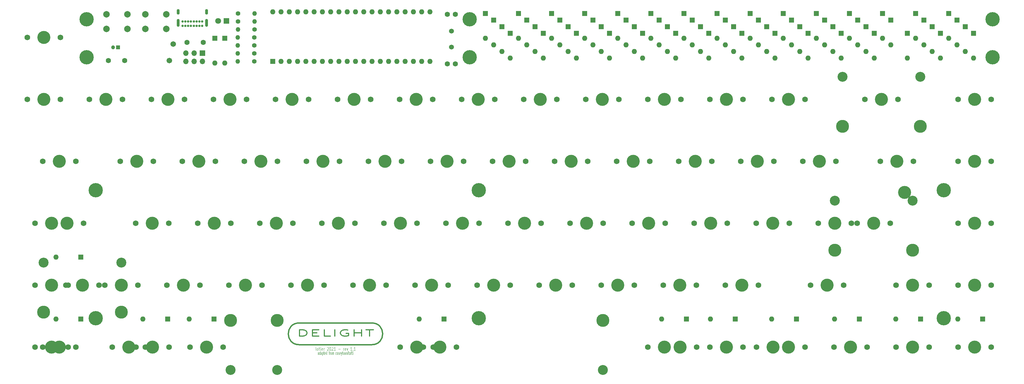
<source format=gts>
G04 #@! TF.GenerationSoftware,KiCad,Pcbnew,(5.1.10)-1*
G04 #@! TF.CreationDate,2021-10-14T20:45:40-04:00*
G04 #@! TF.ProjectId,delight-pcb,64656c69-6768-4742-9d70-63622e6b6963,rev?*
G04 #@! TF.SameCoordinates,Original*
G04 #@! TF.FileFunction,Soldermask,Top*
G04 #@! TF.FilePolarity,Negative*
%FSLAX46Y46*%
G04 Gerber Fmt 4.6, Leading zero omitted, Abs format (unit mm)*
G04 Created by KiCad (PCBNEW (5.1.10)-1) date 2021-10-14 20:45:40*
%MOMM*%
%LPD*%
G01*
G04 APERTURE LIST*
%ADD10C,0.125000*%
%ADD11C,0.350000*%
%ADD12C,0.400000*%
%ADD13C,3.048000*%
%ADD14C,3.987800*%
%ADD15C,1.750000*%
%ADD16C,4.000000*%
%ADD17C,1.710000*%
%ADD18O,1.600000X1.600000*%
%ADD19R,1.600000X1.600000*%
%ADD20C,4.400000*%
%ADD21O,1.400000X1.400000*%
%ADD22C,1.400000*%
%ADD23C,1.200000*%
%ADD24R,1.200000X1.200000*%
%ADD25C,1.600000*%
%ADD26C,1.500000*%
%ADD27C,1.800000*%
%ADD28R,1.800000X1.800000*%
%ADD29O,1.700000X1.700000*%
%ADD30R,1.700000X1.700000*%
%ADD31C,2.000000*%
%ADD32O,0.900000X1.700000*%
%ADD33O,0.900000X2.400000*%
%ADD34C,0.700000*%
G04 APERTURE END LIST*
D10*
X157839170Y-183390590D02*
X157767741Y-183342971D01*
X157732027Y-183247733D01*
X157732027Y-182390590D01*
X158232027Y-183390590D02*
X158160598Y-183342971D01*
X158124884Y-183295352D01*
X158089170Y-183200114D01*
X158089170Y-182914400D01*
X158124884Y-182819162D01*
X158160598Y-182771543D01*
X158232027Y-182723924D01*
X158339170Y-182723924D01*
X158410598Y-182771543D01*
X158446313Y-182819162D01*
X158482027Y-182914400D01*
X158482027Y-183200114D01*
X158446313Y-183295352D01*
X158410598Y-183342971D01*
X158339170Y-183390590D01*
X158232027Y-183390590D01*
X158696313Y-182723924D02*
X158982027Y-182723924D01*
X158803456Y-182390590D02*
X158803456Y-183247733D01*
X158839170Y-183342971D01*
X158910598Y-183390590D01*
X158982027Y-183390590D01*
X159232027Y-183390590D02*
X159232027Y-182723924D01*
X159232027Y-182390590D02*
X159196313Y-182438210D01*
X159232027Y-182485829D01*
X159267741Y-182438210D01*
X159232027Y-182390590D01*
X159232027Y-182485829D01*
X159874884Y-183342971D02*
X159803456Y-183390590D01*
X159660598Y-183390590D01*
X159589170Y-183342971D01*
X159553456Y-183247733D01*
X159553456Y-182866781D01*
X159589170Y-182771543D01*
X159660598Y-182723924D01*
X159803456Y-182723924D01*
X159874884Y-182771543D01*
X159910598Y-182866781D01*
X159910598Y-182962019D01*
X159553456Y-183057257D01*
X160232027Y-183390590D02*
X160232027Y-182723924D01*
X160232027Y-182914400D02*
X160267741Y-182819162D01*
X160303456Y-182771543D01*
X160374884Y-182723924D01*
X160446313Y-182723924D01*
X161232027Y-182485829D02*
X161267741Y-182438210D01*
X161339170Y-182390590D01*
X161517741Y-182390590D01*
X161589170Y-182438210D01*
X161624884Y-182485829D01*
X161660598Y-182581067D01*
X161660598Y-182676305D01*
X161624884Y-182819162D01*
X161196313Y-183390590D01*
X161660598Y-183390590D01*
X162124884Y-182390590D02*
X162196313Y-182390590D01*
X162267741Y-182438210D01*
X162303456Y-182485829D01*
X162339170Y-182581067D01*
X162374884Y-182771543D01*
X162374884Y-183009638D01*
X162339170Y-183200114D01*
X162303456Y-183295352D01*
X162267741Y-183342971D01*
X162196313Y-183390590D01*
X162124884Y-183390590D01*
X162053456Y-183342971D01*
X162017741Y-183295352D01*
X161982027Y-183200114D01*
X161946313Y-183009638D01*
X161946313Y-182771543D01*
X161982027Y-182581067D01*
X162017741Y-182485829D01*
X162053456Y-182438210D01*
X162124884Y-182390590D01*
X162660598Y-182485829D02*
X162696313Y-182438210D01*
X162767741Y-182390590D01*
X162946313Y-182390590D01*
X163017741Y-182438210D01*
X163053456Y-182485829D01*
X163089170Y-182581067D01*
X163089170Y-182676305D01*
X163053456Y-182819162D01*
X162624884Y-183390590D01*
X163089170Y-183390590D01*
X163803456Y-183390590D02*
X163374884Y-183390590D01*
X163589170Y-183390590D02*
X163589170Y-182390590D01*
X163517741Y-182533448D01*
X163446313Y-182628686D01*
X163374884Y-182676305D01*
X164696313Y-183009638D02*
X165267741Y-183009638D01*
X166196313Y-183390590D02*
X166196313Y-182723924D01*
X166196313Y-182914400D02*
X166232027Y-182819162D01*
X166267741Y-182771543D01*
X166339170Y-182723924D01*
X166410598Y-182723924D01*
X166946313Y-183342971D02*
X166874884Y-183390590D01*
X166732027Y-183390590D01*
X166660598Y-183342971D01*
X166624884Y-183247733D01*
X166624884Y-182866781D01*
X166660598Y-182771543D01*
X166732027Y-182723924D01*
X166874884Y-182723924D01*
X166946313Y-182771543D01*
X166982027Y-182866781D01*
X166982027Y-182962019D01*
X166624884Y-183057257D01*
X167232027Y-182723924D02*
X167410598Y-183390590D01*
X167589170Y-182723924D01*
X168839170Y-183390590D02*
X168410598Y-183390590D01*
X168624884Y-183390590D02*
X168624884Y-182390590D01*
X168553456Y-182533448D01*
X168482027Y-182628686D01*
X168410598Y-182676305D01*
X169160598Y-183295352D02*
X169196313Y-183342971D01*
X169160598Y-183390590D01*
X169124884Y-183342971D01*
X169160598Y-183295352D01*
X169160598Y-183390590D01*
X169910598Y-183390590D02*
X169482027Y-183390590D01*
X169696313Y-183390590D02*
X169696313Y-182390590D01*
X169624884Y-182533448D01*
X169553456Y-182628686D01*
X169482027Y-182676305D01*
X158648694Y-184660590D02*
X158648694Y-184136781D01*
X158624884Y-184041543D01*
X158577265Y-183993924D01*
X158482027Y-183993924D01*
X158434408Y-184041543D01*
X158648694Y-184612971D02*
X158601075Y-184660590D01*
X158482027Y-184660590D01*
X158434408Y-184612971D01*
X158410598Y-184517733D01*
X158410598Y-184422495D01*
X158434408Y-184327257D01*
X158482027Y-184279638D01*
X158601075Y-184279638D01*
X158648694Y-184232019D01*
X159101075Y-184660590D02*
X159101075Y-183660590D01*
X159101075Y-184612971D02*
X159053456Y-184660590D01*
X158958217Y-184660590D01*
X158910598Y-184612971D01*
X158886789Y-184565352D01*
X158862979Y-184470114D01*
X158862979Y-184184400D01*
X158886789Y-184089162D01*
X158910598Y-184041543D01*
X158958217Y-183993924D01*
X159053456Y-183993924D01*
X159101075Y-184041543D01*
X159553456Y-184660590D02*
X159553456Y-184136781D01*
X159529646Y-184041543D01*
X159482027Y-183993924D01*
X159386789Y-183993924D01*
X159339170Y-184041543D01*
X159553456Y-184612971D02*
X159505836Y-184660590D01*
X159386789Y-184660590D01*
X159339170Y-184612971D01*
X159315360Y-184517733D01*
X159315360Y-184422495D01*
X159339170Y-184327257D01*
X159386789Y-184279638D01*
X159505836Y-184279638D01*
X159553456Y-184232019D01*
X159791551Y-183993924D02*
X159791551Y-184993924D01*
X159791551Y-184041543D02*
X159839170Y-183993924D01*
X159934408Y-183993924D01*
X159982027Y-184041543D01*
X160005836Y-184089162D01*
X160029646Y-184184400D01*
X160029646Y-184470114D01*
X160005836Y-184565352D01*
X159982027Y-184612971D01*
X159934408Y-184660590D01*
X159839170Y-184660590D01*
X159791551Y-184612971D01*
X160172503Y-183993924D02*
X160362979Y-183993924D01*
X160243932Y-183660590D02*
X160243932Y-184517733D01*
X160267741Y-184612971D01*
X160315360Y-184660590D01*
X160362979Y-184660590D01*
X160720122Y-184612971D02*
X160672503Y-184660590D01*
X160577265Y-184660590D01*
X160529646Y-184612971D01*
X160505836Y-184517733D01*
X160505836Y-184136781D01*
X160529646Y-184041543D01*
X160577265Y-183993924D01*
X160672503Y-183993924D01*
X160720122Y-184041543D01*
X160743932Y-184136781D01*
X160743932Y-184232019D01*
X160505836Y-184327257D01*
X161172503Y-184660590D02*
X161172503Y-183660590D01*
X161172503Y-184612971D02*
X161124884Y-184660590D01*
X161029646Y-184660590D01*
X160982027Y-184612971D01*
X160958217Y-184565352D01*
X160934408Y-184470114D01*
X160934408Y-184184400D01*
X160958217Y-184089162D01*
X160982027Y-184041543D01*
X161029646Y-183993924D01*
X161124884Y-183993924D01*
X161172503Y-184041543D01*
X161720122Y-183993924D02*
X161910598Y-183993924D01*
X161791551Y-184660590D02*
X161791551Y-183803448D01*
X161815360Y-183708210D01*
X161862979Y-183660590D01*
X161910598Y-183660590D01*
X162077265Y-184660590D02*
X162077265Y-183993924D01*
X162077265Y-184184400D02*
X162101075Y-184089162D01*
X162124884Y-184041543D01*
X162172503Y-183993924D01*
X162220122Y-183993924D01*
X162458217Y-184660590D02*
X162410598Y-184612971D01*
X162386789Y-184565352D01*
X162362979Y-184470114D01*
X162362979Y-184184400D01*
X162386789Y-184089162D01*
X162410598Y-184041543D01*
X162458217Y-183993924D01*
X162529646Y-183993924D01*
X162577265Y-184041543D01*
X162601075Y-184089162D01*
X162624884Y-184184400D01*
X162624884Y-184470114D01*
X162601075Y-184565352D01*
X162577265Y-184612971D01*
X162529646Y-184660590D01*
X162458217Y-184660590D01*
X162839170Y-184660590D02*
X162839170Y-183993924D01*
X162839170Y-184089162D02*
X162862979Y-184041543D01*
X162910598Y-183993924D01*
X162982027Y-183993924D01*
X163029646Y-184041543D01*
X163053456Y-184136781D01*
X163053456Y-184660590D01*
X163053456Y-184136781D02*
X163077265Y-184041543D01*
X163124884Y-183993924D01*
X163196313Y-183993924D01*
X163243932Y-184041543D01*
X163267741Y-184136781D01*
X163267741Y-184660590D01*
X164101075Y-184612971D02*
X164053456Y-184660590D01*
X163958217Y-184660590D01*
X163910598Y-184612971D01*
X163886789Y-184565352D01*
X163862979Y-184470114D01*
X163862979Y-184184400D01*
X163886789Y-184089162D01*
X163910598Y-184041543D01*
X163958217Y-183993924D01*
X164053456Y-183993924D01*
X164101075Y-184041543D01*
X164386789Y-184660590D02*
X164339170Y-184612971D01*
X164315360Y-184565352D01*
X164291551Y-184470114D01*
X164291551Y-184184400D01*
X164315360Y-184089162D01*
X164339170Y-184041543D01*
X164386789Y-183993924D01*
X164458217Y-183993924D01*
X164505836Y-184041543D01*
X164529646Y-184089162D01*
X164553456Y-184184400D01*
X164553456Y-184470114D01*
X164529646Y-184565352D01*
X164505836Y-184612971D01*
X164458217Y-184660590D01*
X164386789Y-184660590D01*
X164743932Y-184612971D02*
X164791551Y-184660590D01*
X164886789Y-184660590D01*
X164934408Y-184612971D01*
X164958217Y-184517733D01*
X164958217Y-184470114D01*
X164934408Y-184374876D01*
X164886789Y-184327257D01*
X164815360Y-184327257D01*
X164767741Y-184279638D01*
X164743932Y-184184400D01*
X164743932Y-184136781D01*
X164767741Y-184041543D01*
X164815360Y-183993924D01*
X164886789Y-183993924D01*
X164934408Y-184041543D01*
X165362979Y-184612971D02*
X165315360Y-184660590D01*
X165220122Y-184660590D01*
X165172503Y-184612971D01*
X165148694Y-184517733D01*
X165148694Y-184136781D01*
X165172503Y-184041543D01*
X165220122Y-183993924D01*
X165315360Y-183993924D01*
X165362979Y-184041543D01*
X165386789Y-184136781D01*
X165386789Y-184232019D01*
X165148694Y-184327257D01*
X165553456Y-183993924D02*
X165672503Y-184660590D01*
X165791551Y-183993924D02*
X165672503Y-184660590D01*
X165624884Y-184898686D01*
X165601075Y-184946305D01*
X165553456Y-184993924D01*
X165910598Y-183993924D02*
X166101075Y-183993924D01*
X165982027Y-184660590D02*
X165982027Y-183803448D01*
X166005836Y-183708210D01*
X166053456Y-183660590D01*
X166101075Y-183660590D01*
X166482027Y-184660590D02*
X166482027Y-184136781D01*
X166458217Y-184041543D01*
X166410598Y-183993924D01*
X166315360Y-183993924D01*
X166267741Y-184041543D01*
X166482027Y-184612971D02*
X166434408Y-184660590D01*
X166315360Y-184660590D01*
X166267741Y-184612971D01*
X166243932Y-184517733D01*
X166243932Y-184422495D01*
X166267741Y-184327257D01*
X166315360Y-184279638D01*
X166434408Y-184279638D01*
X166482027Y-184232019D01*
X166720122Y-183993924D02*
X166720122Y-184660590D01*
X166720122Y-184089162D02*
X166743932Y-184041543D01*
X166791551Y-183993924D01*
X166862979Y-183993924D01*
X166910598Y-184041543D01*
X166934408Y-184136781D01*
X166934408Y-184660590D01*
X167172503Y-183993924D02*
X167172503Y-184660590D01*
X167172503Y-184089162D02*
X167196313Y-184041543D01*
X167243932Y-183993924D01*
X167315360Y-183993924D01*
X167362979Y-184041543D01*
X167386789Y-184136781D01*
X167386789Y-184660590D01*
X167624884Y-184660590D02*
X167624884Y-183993924D01*
X167624884Y-183660590D02*
X167601075Y-183708210D01*
X167624884Y-183755829D01*
X167648694Y-183708210D01*
X167624884Y-183660590D01*
X167624884Y-183755829D01*
X167791551Y-183993924D02*
X167982027Y-183993924D01*
X167862979Y-183660590D02*
X167862979Y-184517733D01*
X167886789Y-184612971D01*
X167934408Y-184660590D01*
X167982027Y-184660590D01*
X168362979Y-183993924D02*
X168362979Y-184660590D01*
X168148694Y-183993924D02*
X168148694Y-184517733D01*
X168172503Y-184612971D01*
X168220122Y-184660590D01*
X168291551Y-184660590D01*
X168339170Y-184612971D01*
X168362979Y-184565352D01*
X168529646Y-183993924D02*
X168720122Y-183993924D01*
X168601075Y-183660590D02*
X168601075Y-184517733D01*
X168624884Y-184612971D01*
X168672503Y-184660590D01*
X168720122Y-184660590D01*
X168815360Y-183993924D02*
X169005836Y-183993924D01*
X168886789Y-183660590D02*
X168886789Y-184517733D01*
X168910598Y-184612971D01*
X168958217Y-184660590D01*
X169005836Y-184660590D01*
X169172503Y-184660590D02*
X169172503Y-183993924D01*
X169172503Y-183660590D02*
X169148694Y-183708210D01*
X169172503Y-183755829D01*
X169196313Y-183708210D01*
X169172503Y-183660590D01*
X169172503Y-183755829D01*
D11*
X152755836Y-179016971D02*
X152755836Y-177016971D01*
X153708217Y-177016971D01*
X154279646Y-177112210D01*
X154660598Y-177302686D01*
X154851075Y-177493162D01*
X155041551Y-177874114D01*
X155041551Y-178159829D01*
X154851075Y-178540781D01*
X154660598Y-178731257D01*
X154279646Y-178921733D01*
X153708217Y-179016971D01*
X152755836Y-179016971D01*
X156755836Y-177969352D02*
X158089170Y-177969352D01*
X158660598Y-179016971D02*
X156755836Y-179016971D01*
X156755836Y-177016971D01*
X158660598Y-177016971D01*
X162279646Y-179016971D02*
X160374884Y-179016971D01*
X160374884Y-177016971D01*
X163612979Y-179016971D02*
X163612979Y-177016971D01*
X167612979Y-177112210D02*
X167232027Y-177016971D01*
X166660598Y-177016971D01*
X166089170Y-177112210D01*
X165708217Y-177302686D01*
X165517741Y-177493162D01*
X165327265Y-177874114D01*
X165327265Y-178159829D01*
X165517741Y-178540781D01*
X165708217Y-178731257D01*
X166089170Y-178921733D01*
X166660598Y-179016971D01*
X167041551Y-179016971D01*
X167612979Y-178921733D01*
X167803456Y-178826495D01*
X167803456Y-178159829D01*
X167041551Y-178159829D01*
X169517741Y-179016971D02*
X169517741Y-177016971D01*
X169517741Y-177969352D02*
X171803456Y-177969352D01*
X171803456Y-179016971D02*
X171803456Y-177016971D01*
X173136789Y-177016971D02*
X175422503Y-177016971D01*
X174279646Y-179016971D02*
X174279646Y-177016971D01*
D12*
X152693456Y-174952210D02*
X174973456Y-174952210D01*
X152673456Y-181632210D02*
X174973456Y-181632210D01*
X152663456Y-181632210D02*
G75*
G02*
X152663456Y-174952210I0J3340000D01*
G01*
X174963456Y-174952210D02*
G75*
G02*
X174963456Y-181632210I0J-3340000D01*
G01*
D13*
X98118000Y-156365000D03*
X74242000Y-156365000D03*
D14*
X98118000Y-171605000D03*
X74242000Y-171605000D03*
D13*
X340998000Y-137325000D03*
X317122000Y-137325000D03*
D14*
X340998000Y-152565000D03*
X317122000Y-152565000D03*
D13*
X343328000Y-99225000D03*
X319452000Y-99225000D03*
D14*
X343328000Y-114465000D03*
X319452000Y-114465000D03*
D13*
X245872000Y-189385000D03*
D14*
X131572000Y-174145000D03*
D13*
X131572000Y-189385000D03*
D14*
X245872000Y-174145000D03*
D15*
X303230000Y-182400000D03*
X293070000Y-182400000D03*
D16*
X298150000Y-182400000D03*
D15*
X274650000Y-182400000D03*
X264490000Y-182400000D03*
D16*
X269570000Y-182400000D03*
D15*
X193802000Y-182400000D03*
X183642000Y-182400000D03*
D16*
X188722000Y-182400000D03*
D15*
X112700000Y-182400000D03*
X102540000Y-182400000D03*
D16*
X107620000Y-182400000D03*
D15*
X84074000Y-182400000D03*
X73914000Y-182400000D03*
D16*
X78994000Y-182400000D03*
D15*
X81718000Y-163350000D03*
X71558000Y-163350000D03*
D16*
X76638000Y-163350000D03*
D15*
X81718000Y-144300000D03*
X71558000Y-144300000D03*
D16*
X76638000Y-144300000D03*
D15*
X322230750Y-144303750D03*
X312070750Y-144303750D03*
D16*
X317150750Y-144303750D03*
X338570000Y-134780000D03*
D15*
X365093250Y-182400000D03*
X354933250Y-182400000D03*
D16*
X360013250Y-182400000D03*
D15*
X346043250Y-182400000D03*
X335883250Y-182400000D03*
D16*
X340963250Y-182400000D03*
D15*
X326993250Y-182400000D03*
X316833250Y-182400000D03*
D16*
X321913250Y-182400000D03*
D15*
X307943528Y-182400000D03*
X297783528Y-182400000D03*
D16*
X302863528Y-182400000D03*
D15*
X288890000Y-182400000D03*
X278730000Y-182400000D03*
D16*
X283810000Y-182400000D03*
D15*
X269840000Y-182400000D03*
X259680000Y-182400000D03*
D16*
X264760000Y-182400000D03*
D15*
X200952000Y-182400000D03*
X190792000Y-182400000D03*
D16*
X195872000Y-182400000D03*
D15*
X129340000Y-182400000D03*
X119180000Y-182400000D03*
D16*
X124260000Y-182400000D03*
D15*
X105410000Y-182400000D03*
X95250000Y-182400000D03*
D16*
X100330000Y-182400000D03*
D15*
X81720000Y-182400000D03*
X71560000Y-182400000D03*
D16*
X76640000Y-182400000D03*
D15*
X91260000Y-163350000D03*
X81100000Y-163350000D03*
D16*
X86180000Y-163350000D03*
D15*
X365093250Y-163353750D03*
X354933250Y-163353750D03*
D16*
X360013250Y-163353750D03*
D15*
X346043250Y-163353750D03*
X335883250Y-163353750D03*
D16*
X340963250Y-163353750D03*
D15*
X319850000Y-163330000D03*
X309690000Y-163330000D03*
D16*
X314770000Y-163330000D03*
D15*
X293656250Y-163353750D03*
X283496250Y-163353750D03*
D16*
X288576250Y-163353750D03*
D15*
X274606250Y-163353750D03*
X264446250Y-163353750D03*
D16*
X269526250Y-163353750D03*
D15*
X255556250Y-163353750D03*
X245396250Y-163353750D03*
D16*
X250476250Y-163353750D03*
D15*
X236506250Y-163353750D03*
X226346250Y-163353750D03*
D16*
X231426250Y-163353750D03*
D15*
X217456250Y-163353750D03*
X207296250Y-163353750D03*
D16*
X212376250Y-163353750D03*
D15*
X198406250Y-163353750D03*
X188246250Y-163353750D03*
D16*
X193326250Y-163353750D03*
D15*
X179356250Y-163353750D03*
X169196250Y-163353750D03*
D16*
X174276250Y-163353750D03*
D15*
X160305750Y-163353750D03*
X150145750Y-163353750D03*
D16*
X155225750Y-163353750D03*
D15*
X141255750Y-163353750D03*
X131095750Y-163353750D03*
D16*
X136175750Y-163353750D03*
D15*
X122205750Y-163353750D03*
X112045750Y-163353750D03*
D16*
X117125750Y-163353750D03*
D15*
X103155750Y-163350000D03*
X92995750Y-163350000D03*
D16*
X98075750Y-163350000D03*
D15*
X86510000Y-144300000D03*
X76350000Y-144300000D03*
D16*
X81430000Y-144300000D03*
D15*
X365093250Y-144303750D03*
X354933250Y-144303750D03*
D16*
X360013250Y-144303750D03*
D15*
X334140000Y-144310000D03*
X323980000Y-144310000D03*
D16*
X329060000Y-144310000D03*
D15*
X303180250Y-144303750D03*
X293020250Y-144303750D03*
D16*
X298100250Y-144303750D03*
D15*
X284130250Y-144303750D03*
X273970250Y-144303750D03*
D16*
X279050250Y-144303750D03*
D15*
X265080250Y-144303750D03*
X254920250Y-144303750D03*
D16*
X260000250Y-144303750D03*
D15*
X246030250Y-144303750D03*
X235870250Y-144303750D03*
D16*
X240950250Y-144303750D03*
D15*
X226980250Y-144303750D03*
X216820250Y-144303750D03*
D16*
X221900250Y-144303750D03*
D15*
X207930250Y-144303750D03*
X197770250Y-144303750D03*
D16*
X202850250Y-144303750D03*
D15*
X188880250Y-144303750D03*
X178720250Y-144303750D03*
D16*
X183800250Y-144303750D03*
D15*
X169830250Y-144303750D03*
X159670250Y-144303750D03*
D16*
X164750250Y-144303750D03*
D15*
X150780750Y-144303750D03*
X140620750Y-144303750D03*
D16*
X145700750Y-144303750D03*
D15*
X131730750Y-144303750D03*
X121570750Y-144303750D03*
D16*
X126650750Y-144303750D03*
D15*
X112680750Y-144303750D03*
X102520750Y-144303750D03*
D16*
X107600750Y-144303750D03*
D15*
X84120000Y-125250000D03*
X73960000Y-125250000D03*
D16*
X79040000Y-125250000D03*
D15*
X365093250Y-125253750D03*
X354933250Y-125253750D03*
D16*
X360013250Y-125253750D03*
D15*
X341280000Y-125270000D03*
X331120000Y-125270000D03*
D16*
X336200000Y-125270000D03*
D15*
X317468250Y-125253750D03*
X307308250Y-125253750D03*
D16*
X312388250Y-125253750D03*
D15*
X298418250Y-125253750D03*
X288258250Y-125253750D03*
D16*
X293338250Y-125253750D03*
D15*
X279368250Y-125253750D03*
X269208250Y-125253750D03*
D16*
X274288250Y-125253750D03*
D15*
X260318250Y-125253750D03*
X250158250Y-125253750D03*
D16*
X255238250Y-125253750D03*
D15*
X241268250Y-125253750D03*
X231108250Y-125253750D03*
D16*
X236188250Y-125253750D03*
D15*
X222218250Y-125253750D03*
X212058250Y-125253750D03*
D16*
X217138250Y-125253750D03*
D15*
X203168250Y-125253750D03*
X193008250Y-125253750D03*
D16*
X198088250Y-125253750D03*
D15*
X184118250Y-125253750D03*
X173958250Y-125253750D03*
D16*
X179038250Y-125253750D03*
D15*
X165068250Y-125253750D03*
X154908250Y-125253750D03*
D16*
X159988250Y-125253750D03*
D15*
X146018250Y-125253750D03*
X135858250Y-125253750D03*
D16*
X140938250Y-125253750D03*
D15*
X126968250Y-125253750D03*
X116808250Y-125253750D03*
D16*
X121888250Y-125253750D03*
D15*
X107918250Y-125253750D03*
X97758250Y-125253750D03*
D16*
X102838250Y-125253750D03*
D15*
X79343250Y-106203750D03*
X69183250Y-106203750D03*
D16*
X74263250Y-106203750D03*
D15*
X365093250Y-106203750D03*
X354933250Y-106203750D03*
D16*
X360013250Y-106203750D03*
D15*
X336470000Y-106210000D03*
X326310000Y-106210000D03*
D16*
X331390000Y-106210000D03*
D15*
X307943250Y-106203750D03*
X297783250Y-106203750D03*
D16*
X302863250Y-106203750D03*
D15*
X288893250Y-106203750D03*
X278733250Y-106203750D03*
D16*
X283813250Y-106203750D03*
D15*
X269843250Y-106203750D03*
X259683250Y-106203750D03*
D16*
X264763250Y-106203750D03*
D15*
X250793250Y-106203750D03*
X240633250Y-106203750D03*
D16*
X245713250Y-106203750D03*
D15*
X231743250Y-106203750D03*
X221583250Y-106203750D03*
D16*
X226663250Y-106203750D03*
D15*
X212693250Y-106203750D03*
X202533250Y-106203750D03*
D16*
X207613250Y-106203750D03*
D15*
X193643250Y-106203750D03*
X183483250Y-106203750D03*
D16*
X188563250Y-106203750D03*
D15*
X174593250Y-106203750D03*
X164433250Y-106203750D03*
D16*
X169513250Y-106203750D03*
D15*
X155543250Y-106203750D03*
X145383250Y-106203750D03*
D16*
X150463250Y-106203750D03*
D15*
X136493250Y-106203750D03*
X126333250Y-106203750D03*
D16*
X131413250Y-106203750D03*
D15*
X117443250Y-106203750D03*
X107283250Y-106203750D03*
D16*
X112363250Y-106203750D03*
D15*
X98393250Y-106203750D03*
X88233250Y-106203750D03*
D16*
X93313250Y-106203750D03*
D15*
X79343250Y-87152000D03*
X69183250Y-87152000D03*
D16*
X74263250Y-87152000D03*
D17*
X113976000Y-89134000D03*
X112776000Y-94234000D03*
D18*
X354838000Y-173736000D03*
D19*
X362458000Y-173736000D03*
D18*
X335788000Y-173736000D03*
D19*
X343408000Y-173736000D03*
D18*
X316992000Y-173736000D03*
D19*
X324612000Y-173736000D03*
D18*
X297688000Y-173736000D03*
D19*
X305308000Y-173736000D03*
D18*
X278892000Y-173736000D03*
D19*
X286512000Y-173736000D03*
D18*
X263906000Y-173736000D03*
D19*
X271526000Y-173736000D03*
D18*
X189484000Y-173736000D03*
D19*
X197104000Y-173736000D03*
D18*
X118872000Y-173736000D03*
D19*
X126492000Y-173736000D03*
D18*
X104648000Y-173736000D03*
D19*
X112268000Y-173736000D03*
D18*
X77978000Y-173736000D03*
D19*
X85598000Y-173736000D03*
D18*
X77978000Y-154686000D03*
D19*
X85598000Y-154686000D03*
D20*
X207768000Y-173482000D03*
D14*
X145872000Y-174145000D03*
X245872000Y-174145000D03*
D13*
X145872000Y-189385000D03*
X245872000Y-189385000D03*
D21*
X133816316Y-92032665D03*
D22*
X138896316Y-92032665D03*
D21*
X133816316Y-89577332D03*
D22*
X138896316Y-89577332D03*
D21*
X133816316Y-87121999D03*
D22*
X138896316Y-87121999D03*
D21*
X133858000Y-84666666D03*
D22*
X138938000Y-84666666D03*
D21*
X138938000Y-79756000D03*
D22*
X133858000Y-79756000D03*
D21*
X138938000Y-82211333D03*
D22*
X133858000Y-82211333D03*
D21*
X133816316Y-94488000D03*
D22*
X138896316Y-94488000D03*
D23*
X95528000Y-90170000D03*
D24*
X97028000Y-90170000D03*
D25*
X118190000Y-88646000D03*
X123190000Y-88646000D03*
X94060000Y-94234000D03*
X99060000Y-94234000D03*
X198140000Y-80010000D03*
X200640000Y-80010000D03*
X198140000Y-95250000D03*
X200640000Y-95250000D03*
D26*
X199390000Y-85200000D03*
X199390000Y-90080000D03*
D27*
X127762000Y-82042000D03*
D28*
X130302000Y-82042000D03*
D29*
X117856000Y-94488000D03*
X117856000Y-91948000D03*
X120396000Y-94488000D03*
X120396000Y-91948000D03*
X122936000Y-94488000D03*
D30*
X122936000Y-91948000D03*
D18*
X144526000Y-79248000D03*
X192786000Y-94488000D03*
X147066000Y-79248000D03*
X190246000Y-94488000D03*
X149606000Y-79248000D03*
X187706000Y-94488000D03*
X152146000Y-79248000D03*
X185166000Y-94488000D03*
X154686000Y-79248000D03*
X182626000Y-94488000D03*
X157226000Y-79248000D03*
X180086000Y-94488000D03*
X159766000Y-79248000D03*
X177546000Y-94488000D03*
X162306000Y-79248000D03*
X175006000Y-94488000D03*
X164846000Y-79248000D03*
X172466000Y-94488000D03*
X167386000Y-79248000D03*
X169926000Y-94488000D03*
X169926000Y-79248000D03*
X167386000Y-94488000D03*
X172466000Y-79248000D03*
X164846000Y-94488000D03*
X175006000Y-79248000D03*
X162306000Y-94488000D03*
X177546000Y-79248000D03*
X159766000Y-94488000D03*
X180086000Y-79248000D03*
X157226000Y-94488000D03*
X182626000Y-79248000D03*
X154686000Y-94488000D03*
X185166000Y-79248000D03*
X152146000Y-94488000D03*
X187706000Y-79248000D03*
X149606000Y-94488000D03*
X190246000Y-79248000D03*
X147066000Y-94488000D03*
X192786000Y-79248000D03*
D19*
X144526000Y-94488000D03*
D18*
X339344000Y-93472000D03*
D19*
X339344000Y-85852000D03*
D18*
X222504000Y-89376000D03*
D19*
X222504000Y-81756000D03*
D18*
X225044000Y-91440000D03*
D19*
X225044000Y-83820000D03*
D18*
X227584000Y-93472000D03*
D19*
X227584000Y-85852000D03*
D18*
X214884000Y-91440000D03*
D19*
X214884000Y-83820000D03*
D18*
X212344000Y-89376000D03*
D19*
X212344000Y-81756000D03*
D18*
X217424000Y-93472000D03*
D19*
X217424000Y-85852000D03*
D18*
X219964000Y-87376000D03*
D19*
X219964000Y-79756000D03*
D18*
X230124000Y-87376000D03*
D19*
X230124000Y-79756000D03*
D18*
X240284000Y-87376000D03*
D19*
X240284000Y-79756000D03*
D18*
X232664000Y-89376000D03*
D19*
X232664000Y-81756000D03*
D18*
X242824000Y-89376000D03*
D19*
X242824000Y-81756000D03*
D18*
X235204000Y-91440000D03*
D19*
X235204000Y-83820000D03*
D18*
X237744000Y-93472000D03*
D19*
X237744000Y-85852000D03*
D18*
X209804000Y-87376000D03*
D19*
X209804000Y-79756000D03*
D18*
X250444000Y-87376000D03*
D19*
X250444000Y-79756000D03*
D18*
X260604000Y-87376000D03*
D19*
X260604000Y-79756000D03*
D18*
X270764000Y-87376000D03*
D19*
X270764000Y-79756000D03*
D18*
X280924000Y-87376000D03*
D19*
X280924000Y-79756000D03*
D18*
X291084000Y-87376000D03*
D19*
X291084000Y-79756000D03*
D18*
X301282736Y-87376000D03*
D19*
X301282736Y-79756000D03*
D18*
X311404000Y-87376000D03*
D19*
X311404000Y-79756000D03*
D18*
X321564000Y-87376000D03*
D19*
X321564000Y-79756000D03*
D18*
X331724000Y-87376000D03*
D19*
X331724000Y-79756000D03*
D18*
X341884000Y-87376000D03*
D19*
X341884000Y-79756000D03*
D18*
X352044000Y-87376000D03*
D19*
X352044000Y-79756000D03*
D18*
X252984000Y-89376000D03*
D19*
X252984000Y-81756000D03*
D18*
X263144000Y-89376000D03*
D19*
X263144000Y-81756000D03*
D18*
X273304000Y-89376000D03*
D19*
X273304000Y-81756000D03*
D18*
X283464000Y-89376000D03*
D19*
X283464000Y-81756000D03*
D18*
X293624000Y-89376000D03*
D19*
X293624000Y-81756000D03*
D18*
X303784000Y-89376000D03*
D19*
X303784000Y-81756000D03*
D18*
X313944000Y-89376000D03*
D19*
X313944000Y-81756000D03*
D18*
X324104000Y-89376000D03*
D19*
X324104000Y-81756000D03*
D18*
X334264000Y-89376000D03*
D19*
X334264000Y-81756000D03*
D18*
X344424000Y-89376000D03*
D19*
X344424000Y-81756000D03*
D18*
X354584000Y-89376000D03*
D19*
X354584000Y-81756000D03*
D18*
X245364000Y-91440000D03*
D19*
X245364000Y-83820000D03*
D18*
X255524000Y-91440000D03*
D19*
X255524000Y-83820000D03*
D18*
X265684000Y-91440000D03*
D19*
X265684000Y-83820000D03*
D18*
X275844000Y-91440000D03*
D19*
X275844000Y-83820000D03*
D18*
X286004000Y-91440000D03*
D19*
X286004000Y-83820000D03*
D18*
X296164000Y-91440000D03*
D19*
X296164000Y-83820000D03*
D18*
X306324000Y-91440000D03*
D19*
X306324000Y-83820000D03*
D18*
X316484000Y-91440000D03*
D19*
X316484000Y-83820000D03*
D18*
X326644000Y-91440000D03*
D19*
X326644000Y-83820000D03*
D18*
X346964000Y-91440000D03*
D19*
X346964000Y-83820000D03*
D18*
X357124000Y-91440000D03*
D19*
X357124000Y-83820000D03*
D18*
X247904000Y-93472000D03*
D19*
X247904000Y-85852000D03*
D18*
X258064000Y-93472000D03*
D19*
X258064000Y-85852000D03*
D18*
X268224000Y-93472000D03*
D19*
X268224000Y-85852000D03*
D18*
X278384000Y-93472000D03*
D19*
X278384000Y-85852000D03*
D18*
X288544000Y-93472000D03*
D19*
X288544000Y-85852000D03*
D18*
X298704000Y-93472000D03*
D19*
X298704000Y-85852000D03*
D18*
X308864000Y-93472000D03*
D19*
X308864000Y-85852000D03*
D18*
X319024000Y-93472000D03*
D19*
X319024000Y-85852000D03*
D18*
X329184000Y-93472000D03*
D19*
X329184000Y-85852000D03*
D18*
X349504000Y-93472000D03*
D19*
X349504000Y-85852000D03*
D18*
X359664000Y-93472000D03*
D19*
X359664000Y-85852000D03*
D18*
X126746000Y-94996000D03*
D19*
X126746000Y-87376000D03*
D18*
X129794000Y-95006196D03*
D19*
X129794000Y-87386196D03*
D31*
X111910000Y-80006000D03*
X111910000Y-84506000D03*
X105410000Y-80006000D03*
X105410000Y-84506000D03*
X99972000Y-80010000D03*
X99972000Y-84510000D03*
X93472000Y-80010000D03*
X93472000Y-84510000D03*
D32*
X115552000Y-79220000D03*
X124202000Y-79220000D03*
D33*
X115552000Y-82600000D03*
X124202000Y-82600000D03*
D34*
X119452000Y-82230000D03*
X116902000Y-82230000D03*
X117752000Y-82230000D03*
X118602000Y-82230000D03*
X122852000Y-82230000D03*
X121152000Y-82230000D03*
X120302000Y-82230000D03*
X122002000Y-82230000D03*
X116902000Y-83580000D03*
X117752000Y-83580000D03*
X118602000Y-83580000D03*
X119452000Y-83580000D03*
X120302000Y-83580000D03*
X121152000Y-83580000D03*
X122002000Y-83580000D03*
X122852000Y-83580000D03*
D20*
X365506000Y-93218000D03*
X365506000Y-81534000D03*
X204978000Y-93218000D03*
X87376000Y-81534000D03*
X87376000Y-93218000D03*
X204978000Y-81534000D03*
X90170000Y-134112000D03*
X207768000Y-134112000D03*
X350520000Y-134112000D03*
X350520000Y-173482000D03*
X90170000Y-173482000D03*
M02*

</source>
